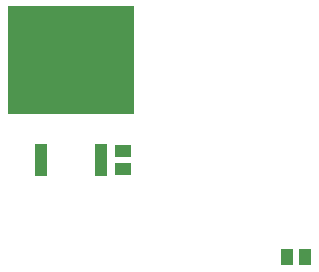
<source format=gbp>
%FSLAX25Y25*%
%MOIN*%
G70*
G01*
G75*
G04 Layer_Color=128*
%ADD10R,0.05512X0.04331*%
%ADD11R,0.04331X0.10630*%
%ADD12R,0.42126X0.36221*%
%ADD13R,0.04331X0.05512*%
%ADD14C,0.01200*%
%ADD15C,0.07500*%
%ADD16C,0.10000*%
%ADD17C,0.05000*%
%ADD18C,0.02000*%
%ADD19C,0.02500*%
%ADD20C,0.06000*%
%ADD21R,0.06000X0.06000*%
%ADD22R,0.05906X0.05906*%
%ADD23C,0.05906*%
%ADD24C,0.04724*%
%ADD25C,0.05315*%
%ADD26R,0.05315X0.05315*%
%ADD27R,0.06299X0.06299*%
%ADD28C,0.06299*%
%ADD29R,0.05315X0.05315*%
%ADD30C,0.05000*%
%ADD31C,0.02500*%
%ADD32C,0.00984*%
%ADD33C,0.00787*%
%ADD34C,0.00050*%
%ADD35C,0.01000*%
%ADD36C,0.00591*%
%ADD37R,0.06312X0.05131*%
%ADD38R,0.05131X0.11430*%
%ADD39R,0.42926X0.37021*%
%ADD40R,0.05131X0.06312*%
%ADD41C,0.06800*%
%ADD42R,0.06800X0.06800*%
%ADD43R,0.06706X0.06706*%
%ADD44C,0.06706*%
%ADD45C,0.05524*%
%ADD46C,0.06115*%
%ADD47R,0.06115X0.06115*%
%ADD48R,0.07099X0.07099*%
%ADD49C,0.07099*%
%ADD50R,0.06115X0.06115*%
%ADD51C,0.05800*%
%ADD52C,0.03300*%
D10*
X39500Y103953D02*
D03*
Y98047D02*
D03*
D11*
X32000Y101031D02*
D03*
X12000D02*
D03*
D12*
X22000Y134173D02*
D03*
D13*
X94047Y68500D02*
D03*
X99953D02*
D03*
M02*

</source>
